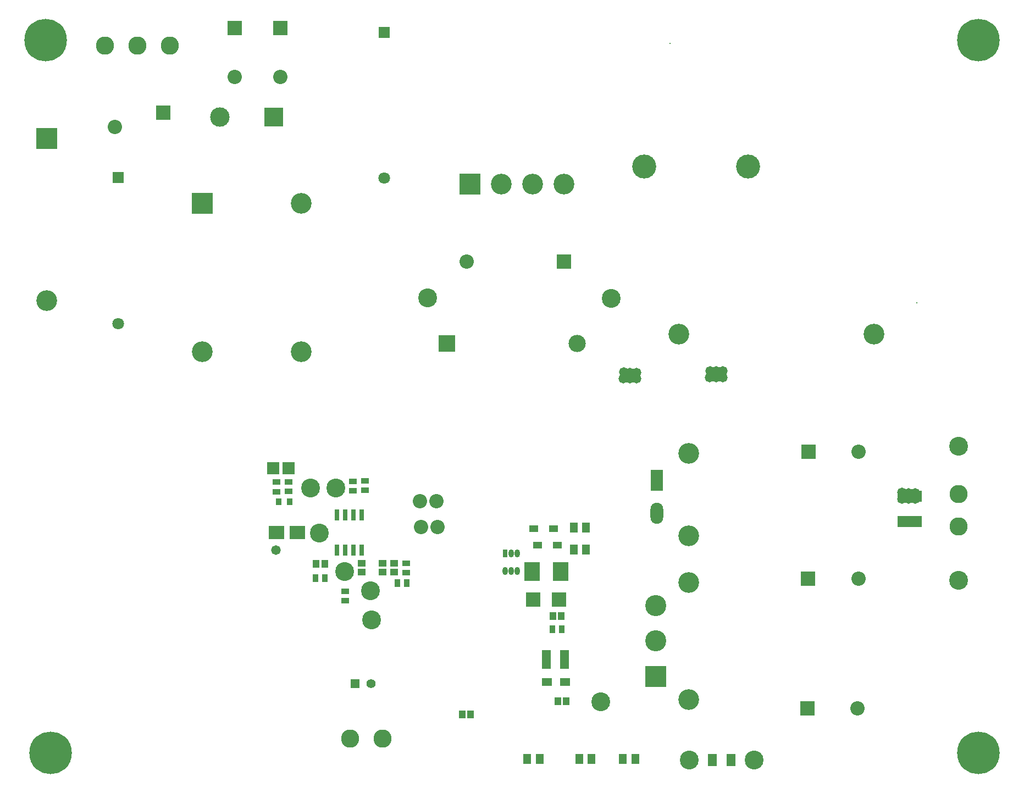
<source format=gbs>
G04 Layer_Color=16711935*
%FSLAX24Y24*%
%MOIN*%
G70*
G01*
G75*
%ADD99R,0.0474X0.0631*%
%ADD100R,0.1458X0.0710*%
%ADD101C,0.0867*%
%ADD102C,0.1143*%
%ADD103C,0.1261*%
%ADD104R,0.0867X0.0867*%
%ADD105C,0.1182*%
%ADD106R,0.1182X0.1182*%
%ADD107C,0.1277*%
%ADD108R,0.1277X0.1277*%
%ADD109C,0.1458*%
%ADD110R,0.1261X0.1261*%
%ADD111C,0.0080*%
%ADD112R,0.0777X0.1280*%
%ADD113O,0.0777X0.1280*%
%ADD114C,0.1104*%
%ADD115R,0.0552X0.0552*%
%ADD116C,0.0552*%
%ADD117R,0.0867X0.0867*%
%ADD118R,0.0710X0.0710*%
%ADD119C,0.0710*%
%ADD120R,0.1261X0.1261*%
%ADD121C,0.1045*%
%ADD122R,0.1045X0.1045*%
%ADD123C,0.2580*%
%ADD124C,0.0580*%
%ADD125R,0.0375X0.0474*%
%ADD126R,0.0926X0.0808*%
%ADD127R,0.0474X0.0375*%
%ADD128R,0.0356X0.0415*%
%ADD129R,0.0730X0.0730*%
%ADD130R,0.0454X0.0395*%
%ADD131R,0.0316X0.0690*%
%ADD132R,0.0930X0.1160*%
%ADD133O,0.0316X0.0493*%
%ADD134R,0.0316X0.0493*%
%ADD135R,0.0533X0.0769*%
%ADD136R,0.0395X0.0454*%
%ADD137R,0.0572X0.1123*%
%ADD138R,0.0612X0.0513*%
%ADD139R,0.0552X0.0415*%
D99*
X65008Y47250D02*
D03*
X64260D02*
D03*
X65008Y45920D02*
D03*
X64260D02*
D03*
X67992Y33248D02*
D03*
X67244D02*
D03*
X65335D02*
D03*
X64587D02*
D03*
X62185D02*
D03*
X61437D02*
D03*
D100*
X84624Y49181D02*
D03*
Y47646D02*
D03*
D101*
X55944Y48856D02*
D03*
X54944D02*
D03*
X55980Y47293D02*
D03*
X54980D02*
D03*
X36417Y71575D02*
D03*
X81473Y36287D02*
D03*
X81520Y44162D02*
D03*
X81544Y51872D02*
D03*
X46457Y74606D02*
D03*
X43701D02*
D03*
X57756Y63386D02*
D03*
D102*
X49831Y49674D02*
D03*
X87609Y52204D02*
D03*
X48308Y49674D02*
D03*
X71260Y33169D02*
D03*
X75197D02*
D03*
X65901Y36709D02*
D03*
X50351Y44582D02*
D03*
X51937Y43432D02*
D03*
X51988Y41652D02*
D03*
X66534Y61161D02*
D03*
X55412Y61211D02*
D03*
X87609Y44075D02*
D03*
X48840Y46946D02*
D03*
D103*
X70642Y58993D02*
D03*
X82453D02*
D03*
X41732Y57929D02*
D03*
X47732D02*
D03*
Y66929D02*
D03*
X71221Y51777D02*
D03*
Y46777D02*
D03*
Y43942D02*
D03*
Y36816D02*
D03*
X32283Y61024D02*
D03*
X63677Y68110D02*
D03*
X59874D02*
D03*
X61776D02*
D03*
D104*
X39370Y72441D02*
D03*
X78422Y36287D02*
D03*
X78469Y44162D02*
D03*
X78492Y51872D02*
D03*
X63661Y63386D02*
D03*
D105*
X42783Y72157D02*
D03*
D106*
X46063D02*
D03*
D107*
X69223Y42521D02*
D03*
Y40383D02*
D03*
D108*
Y38245D02*
D03*
D109*
X74832Y69162D02*
D03*
X68533D02*
D03*
D110*
X41732Y66929D02*
D03*
X32283Y70866D02*
D03*
D111*
X70108Y76642D02*
D03*
X85069Y60894D02*
D03*
D112*
X69300Y50130D02*
D03*
D113*
Y48130D02*
D03*
D114*
X87589Y49285D02*
D03*
Y47316D02*
D03*
X52657Y34449D02*
D03*
X50689D02*
D03*
X39764Y76487D02*
D03*
X37795D02*
D03*
X35827D02*
D03*
D115*
X50984Y37795D02*
D03*
D116*
X51968D02*
D03*
D117*
X61781Y42908D02*
D03*
X63356D02*
D03*
X46457Y77559D02*
D03*
X43701D02*
D03*
D118*
X36614Y68504D02*
D03*
X52756Y77309D02*
D03*
D119*
X36614Y59646D02*
D03*
X52756Y68451D02*
D03*
D120*
X57972Y68110D02*
D03*
D121*
X64449Y58425D02*
D03*
D122*
X56575D02*
D03*
D123*
X88800Y76822D02*
D03*
X32232Y76822D02*
D03*
X88800Y33600D02*
D03*
X32531D02*
D03*
D124*
X73310Y56379D02*
D03*
Y56753D02*
D03*
X72890Y56379D02*
D03*
X72509D02*
D03*
X72890Y56774D02*
D03*
X72514Y56778D02*
D03*
X67283Y56685D02*
D03*
X84174Y49385D02*
D03*
X84550Y49380D02*
D03*
X84170Y48986D02*
D03*
X84550D02*
D03*
X84970Y49360D02*
D03*
Y48986D02*
D03*
X67659Y56680D02*
D03*
X67278Y56285D02*
D03*
X67659D02*
D03*
X68079Y56660D02*
D03*
Y56285D02*
D03*
X46206Y45882D02*
D03*
D125*
X49165Y44187D02*
D03*
X48594D02*
D03*
X53569Y43892D02*
D03*
X54139D02*
D03*
X63546Y41111D02*
D03*
X62975D02*
D03*
D126*
X46231Y46951D02*
D03*
X47491D02*
D03*
D127*
X50864Y49486D02*
D03*
Y50057D02*
D03*
X46219Y49446D02*
D03*
Y50017D02*
D03*
X46976Y50021D02*
D03*
Y49451D02*
D03*
X54093Y45102D02*
D03*
Y44531D02*
D03*
X50391Y43397D02*
D03*
Y42826D02*
D03*
X51613Y50105D02*
D03*
Y49534D02*
D03*
D128*
X46353Y48835D02*
D03*
X47022D02*
D03*
D129*
X46974Y50867D02*
D03*
X46029D02*
D03*
D130*
X53363Y45092D02*
D03*
Y44580D02*
D03*
X52652Y45092D02*
D03*
Y44580D02*
D03*
X51390Y45092D02*
D03*
Y44580D02*
D03*
D131*
X49902Y48046D02*
D03*
X50402D02*
D03*
X50902D02*
D03*
X51402D02*
D03*
X49902Y45900D02*
D03*
X50402D02*
D03*
X50902D02*
D03*
X51402D02*
D03*
D132*
X61737Y44597D02*
D03*
X63477D02*
D03*
D133*
X60843Y44644D02*
D03*
X60469D02*
D03*
X60095D02*
D03*
X60843Y45707D02*
D03*
X60469D02*
D03*
D134*
X60095D02*
D03*
D135*
X72667Y33169D02*
D03*
X73789D02*
D03*
D136*
X63298Y36739D02*
D03*
X63810D02*
D03*
X62986Y41901D02*
D03*
X63498D02*
D03*
X57481Y35929D02*
D03*
X57993D02*
D03*
X48643Y45077D02*
D03*
X49155D02*
D03*
D137*
X62609Y39276D02*
D03*
X63712D02*
D03*
D138*
X63741Y37884D02*
D03*
X62619D02*
D03*
D139*
X61820Y47195D02*
D03*
X63021D02*
D03*
X63252Y46184D02*
D03*
X62052D02*
D03*
M02*

</source>
